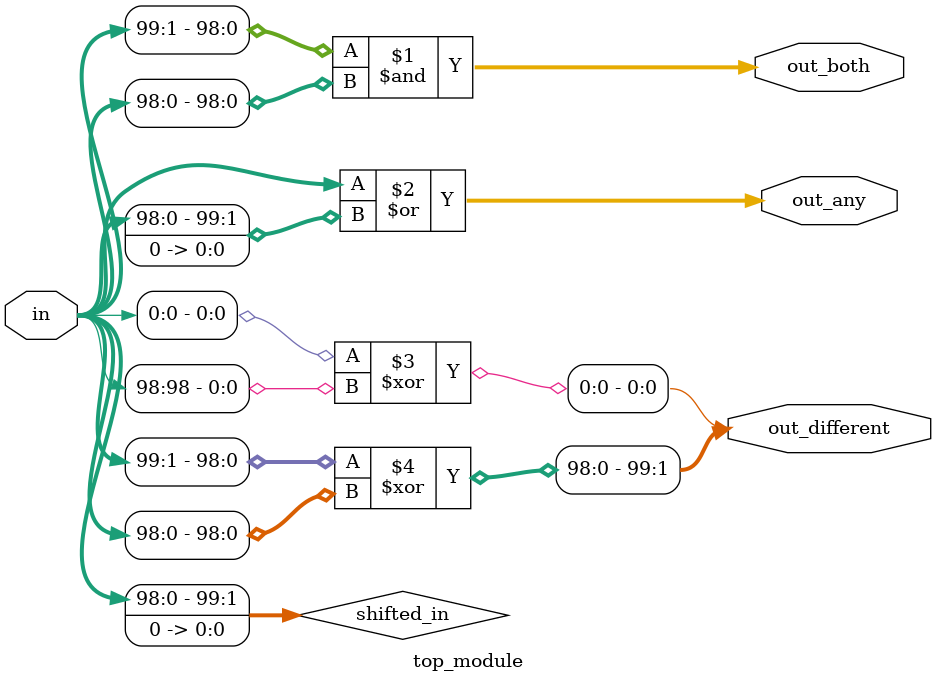
<source format=sv>
module top_module (
    input [99:0] in,
    output [98:0] out_both,
    output [99:0] out_any,
    output [99:0] out_different
);

    wire [99:0] shifted_in;

    // Shift the input by one bit
    assign shifted_in = {in[98:0], 1'b0};

    // Output out_both
    assign out_both = in[99:1] & shifted_in[99:1];

    // Output out_any
    assign out_any = in | shifted_in;

    // Output out_different, specially handling the first bit separately
    assign out_different[0] = in[0] ^ shifted_in[99];
    assign out_different[99:1] = in[99:1] ^ shifted_in[99:1];

endmodule

</source>
